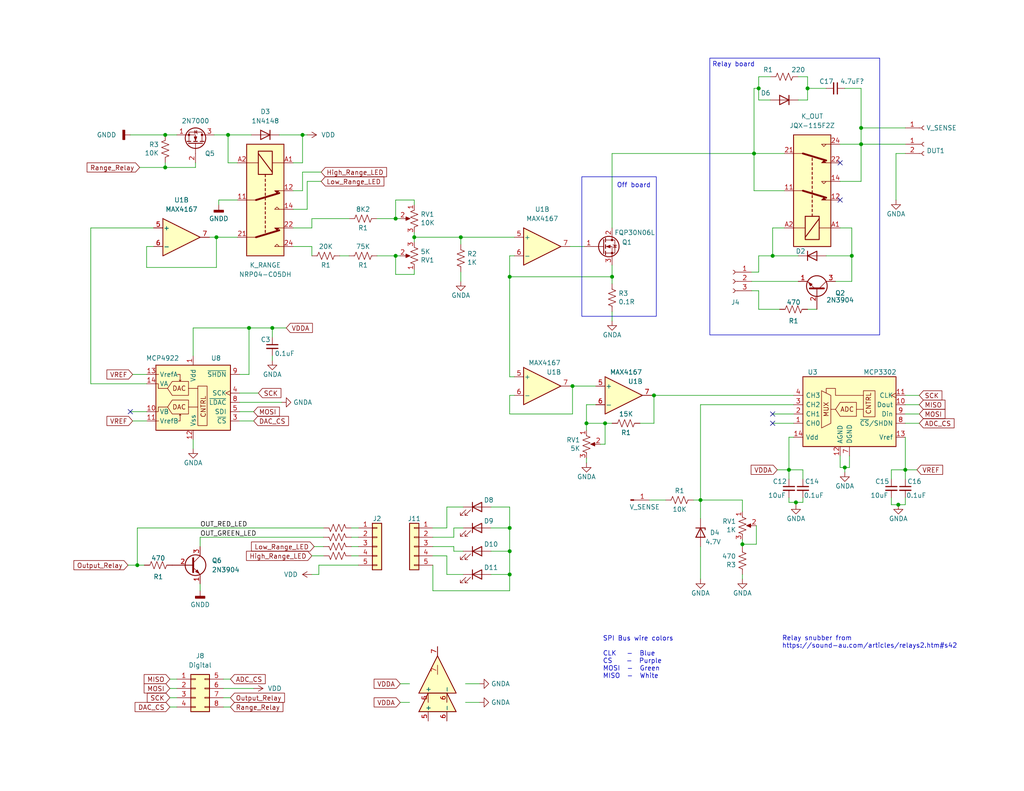
<source format=kicad_sch>
(kicad_sch (version 20230121) (generator eeschema)
  (paper "USLetter")
  (title_block (title "Dummy Load V2") (rev "1"))
  (lib_symbols
    (symbol "Amplifier_Operational:TL062" (pin_names (offset 0.127))
      (property "Reference" "U" (at 0 5.08 0))
      (property "Value" "TL062" (at 0 -5.08 0))
      (symbol "TL062_1_1"
        (pin output line (at 7.62 0 180) (length 2.54) (name "~") (number "1"))
        (pin input line (at -7.62 -2.54 0) (length 2.54) (name "-") (number "2"))
        (pin input line (at -7.62 2.54 0) (length 2.54) (name "+") (number "3"))
      )
      (symbol "TL062_2_1"
        (pin input line (at -7.62 2.54 0) (length 2.54) (name "+") (number "5"))
        (pin input line (at -7.62 -2.54 0) (length 2.54) (name "-") (number "6"))
        (pin output line (at 7.62 0 180) (length 2.54) (name "~") (number "7"))
      )
      (symbol "TL062_3_1"
        (pin power_in line (at -2.54 -7.62 90) (length 3.81) (name "V-") (number "4"))
        (pin power_in line (at -2.54 7.62 270) (length 3.81) (name "V+") (number "8"))
      )
    )
    (symbol "Analog_ADC:MCP3204" (pin_names (offset 0.762))
      (property "Reference" "U3" (at -11.43 8.89 0))
      (property "Value" "MCP3302" (at 3.81 8.89 0))
      (symbol "MCP3204_0_0"
        (text "ADC" (at -0.635 -1.27 0) (effects (font (size 1.27 1.27))))
        (text "CNTRL" (at 5.969 -2.667 900) (effects (font (size 1.27 1.27)) (justify left bottom)))
        (text "MUX" (at -6.35 -1.27 900) (effects (font (size 1.27 1.27))))
      )
      (symbol "MCP3204_1_1"
        (pin input line (at -15.24 -5.08 0) (length 2.54) (name "CH0") (number "1"))
        (pin output line (at 15.24 0 180) (length 2.54) (name "Dout") (number "10"))
        (pin input clock (at 15.24 2.54 180) (length 2.54) (name "CLK") (number "11"))
        (pin power_in line (at -2.54 -13.97 90) (length 2.54) (name "AGND") (number "12"))
        (pin power_in line (at 15.24 -8.89 180) (length 2.54) (name "Vref") (number "13"))
        (pin power_in line (at -15.24 -8.89 0) (length 2.54) (name "Vdd") (number "14"))
        (pin input line (at -15.24 -2.54 0) (length 2.54) (name "CH1") (number "2"))
        (pin input line (at -15.24 0 0) (length 2.54) (name "CH2") (number "3"))
        (pin input line (at -15.24 2.54 0) (length 2.54) (name "CH3") (number "4"))
        (pin no_connect line (at -31.75 0 90) (length 2.54) hide (name "NC") (number "5"))
        (pin no_connect line (at -29.21 0 90) (length 2.54) hide (name "NC") (number "6"))
        (pin power_in line (at 0 -13.97 90) (length 2.54) (name "DGND") (number "7"))
        (pin input line (at 15.24 -5.08 180) (length 2.54) (name "~{CS}/SHDN") (number "8"))
        (pin input line (at 15.24 -2.54 180) (length 2.54) (name "Din") (number "9"))
      )
    )
    (symbol "Analog_DAC:MCP4922" (pin_names (offset 1.016))
      (property "Reference" "U" (at -1.905 10.795 0))
      (property "Value" "MCP4922" (at -1.905 8.89 0))
      (symbol "MCP4922_0_0"
        (text "CNTRL" (at -2.032 -6.731 900) (effects (font (size 1.27 1.27)) (justify left bottom)))
        (text "DAC" (at 3.81 -3.81 0) (effects (font (size 1.27 1.27))))
        (text "DAC" (at 3.81 1.27 0) (effects (font (size 1.27 1.27))))
      )
      (symbol "MCP4922_1_1"
        (pin power_in line (at 0 10.16 270) (length 2.54) (name "Vdd") (number "1"))
        (pin output line (at 12.7 -5.08 180) (length 2.54) (name "VB") (number "10"))
        (pin input line (at 12.7 -7.62 180) (length 2.54) (name "VrefB") (number "11"))
        (pin power_in line (at 0 -12.7 90) (length 2.54) (name "Vss") (number "12"))
        (pin input line (at 12.7 5.08 180) (length 2.54) (name "VrefA") (number "13"))
        (pin output line (at 12.7 2.54 180) (length 2.54) (name "VA") (number "14"))
        (pin no_connect line (at -7.62 -10.16 90) (length 2.54) hide (name "NC") (number "2"))
        (pin input line (at -12.7 -7.62 0) (length 2.54) (name "~{CS}") (number "3"))
        (pin input clock (at -12.7 0 0) (length 2.54) (name "SCK") (number "4"))
        (pin input line (at -12.7 -5.08 0) (length 2.54) (name "SDI") (number "5"))
        (pin no_connect line (at -5.08 -10.16 90) (length 2.54) hide (name "NC") (number "6"))
        (pin no_connect line (at -2.54 -10.16 90) (length 2.54) hide (name "NC") (number "7"))
        (pin input line (at -12.7 -2.54 0) (length 2.54) (name "~{LDAC}") (number "8"))
        (pin output line (at -12.7 5.08 0) (length 2.54) (name "~{SHDN}") (number "9"))
      )
    )
    (symbol "BasicDummyLoad-rescue:Conn_01x02_Female-Connector" (pin_names (offset 1.016) hide)
      (property "Reference" "J" (at 0 2.54 0))
      (property "Value" "Connector_Conn_01x02_Female" (at 0 -5.08 0))
      (symbol "Conn_01x02_Female-Connector_1_1"
        (pin passive line (at -5.08 0 0) (length 3.81) (name "Pin_1") (number "1"))
        (pin passive line (at -5.08 -2.54 0) (length 3.81) (name "Pin_2") (number "2"))
      )
    )
    (symbol "BasicDummyLoad-rescue:R_POT_US-Device" (pin_names (offset 1.016) hide)
      (property "Reference" "RV" (at -4.445 0 90))
      (property "Value" "Device_R_POT_US" (at -2.54 0 90))
      (symbol "R_POT_US-Device_1_1"
        (pin passive line (at 0 3.81 270) (length 1.27) (name "1") (number "1"))
        (pin passive line (at 3.81 0 180) (length 1.27) (name "2") (number "2"))
        (pin passive line (at 0 -3.81 90) (length 1.27) (name "3") (number "3"))
      )
    )
    (symbol "Connector:Conn_01x01_Pin" (pin_names (offset 1.016) hide)
      (property "Reference" "J" (at 0 2.54 0))
      (property "Value" "Conn_01x01_Pin" (at 0 -2.54 0))
      (symbol "Conn_01x01_Pin_1_1"
        (pin passive line (at 5.08 0 180) (length 3.81) (name "Pin_1") (number "1"))
      )
    )
    (symbol "Connector:Conn_01x01_Socket" (pin_names (offset 1.016) hide)
      (property "Reference" "J" (at 0 2.54 0))
      (property "Value" "Conn_01x01_Socket" (at 0 -2.54 0))
      (symbol "Conn_01x01_Socket_1_1"
        (pin passive line (at -5.08 0 0) (length 3.81) (name "Pin_1") (number "1"))
      )
    )
    (symbol "Connector:Conn_01x03_Socket" (pin_names (offset 1.016) hide)
      (property "Reference" "J" (at 0 5.08 0))
      (property "Value" "Conn_01x03_Socket" (at 0 -5.08 0))
      (symbol "Conn_01x03_Socket_1_1"
        (pin passive line (at -5.08 2.54 0) (length 3.81) (name "Pin_1") (number "1"))
        (pin passive line (at -5.08 0 0) (length 3.81) (name "Pin_2") (number "2"))
        (pin passive line (at -5.08 -2.54 0) (length 3.81) (name "Pin_3") (number "3"))
      )
    )
    (symbol "Connector_Generic:Conn_01x05" (pin_names (offset 1.016) hide)
      (property "Reference" "J" (at 0 7.62 0))
      (property "Value" "Conn_01x05" (at 0 -7.62 0))
      (symbol "Conn_01x05_1_1"
        (pin passive line (at -5.08 5.08 0) (length 3.81) (name "Pin_1") (number "1"))
        (pin passive line (at -5.08 2.54 0) (length 3.81) (name "Pin_2") (number "2"))
        (pin passive line (at -5.08 0 0) (length 3.81) (name "Pin_3") (number "3"))
        (pin passive line (at -5.08 -2.54 0) (length 3.81) (name "Pin_4") (number "4"))
        (pin passive line (at -5.08 -5.08 0) (length 3.81) (name "Pin_5") (number "5"))
      )
    )
    (symbol "Connector_Generic:Conn_02x04_Top_Bottom" (pin_names (offset 1.016) hide)
      (property "Reference" "J" (at 1.27 5.08 0))
      (property "Value" "Conn_02x04_Top_Bottom" (at 1.27 -7.62 0))
      (symbol "Conn_02x04_Top_Bottom_1_1"
        (pin passive line (at -5.08 2.54 0) (length 3.81) (name "Pin_1") (number "1"))
        (pin passive line (at -5.08 0 0) (length 3.81) (name "Pin_2") (number "2"))
        (pin passive line (at -5.08 -2.54 0) (length 3.81) (name "Pin_3") (number "3"))
        (pin passive line (at -5.08 -5.08 0) (length 3.81) (name "Pin_4") (number "4"))
        (pin passive line (at 7.62 2.54 180) (length 3.81) (name "Pin_5") (number "5"))
        (pin passive line (at 7.62 0 180) (length 3.81) (name "Pin_6") (number "6"))
        (pin passive line (at 7.62 -2.54 180) (length 3.81) (name "Pin_7") (number "7"))
        (pin passive line (at 7.62 -5.08 180) (length 3.81) (name "Pin_8") (number "8"))
      )
    )
    (symbol "Device:C_Small" (pin_numbers hide) (pin_names (offset 0.254) hide)
      (property "Reference" "C" (at 0.254 1.778 0))
      (property "Value" "C_Small" (at 0.254 -2.032 0))
      (symbol "C_Small_1_1"
        (pin passive line (at 0 2.54 270) (length 2.032) (name "~") (number "1"))
        (pin passive line (at 0 -2.54 90) (length 2.032) (name "~") (number "2"))
      )
    )
    (symbol "Device:D_Zener" (pin_numbers hide) (pin_names (offset 1.016) hide)
      (property "Reference" "D" (at 0 2.54 0))
      (property "Value" "D_Zener" (at 0 -2.54 0))
      (symbol "D_Zener_1_1"
        (pin passive line (at -3.81 0 0) (length 2.54) (name "K") (number "1"))
        (pin passive line (at 3.81 0 180) (length 2.54) (name "A") (number "2"))
      )
    )
    (symbol "Device:LED" (pin_numbers hide) (pin_names (offset 1.016) hide)
      (property "Reference" "D" (at 0 2.54 0))
      (property "Value" "LED" (at 0 -2.54 0))
      (symbol "LED_1_1"
        (pin passive line (at -3.81 0 0) (length 2.54) (name "K") (number "1"))
        (pin passive line (at 3.81 0 180) (length 2.54) (name "A") (number "2"))
      )
    )
    (symbol "Device:R_US" (pin_numbers hide) (pin_names (offset 0))
      (property "Reference" "R" (at 2.54 0 90))
      (property "Value" "R_US" (at -2.54 0 90))
      (symbol "R_US_1_1"
        (pin passive line (at 0 3.81 270) (length 1.27) (name "~") (number "1"))
        (pin passive line (at 0 -3.81 90) (length 1.27) (name "~") (number "2"))
      )
    )
    (symbol "Diode:1N4148" (pin_numbers hide) (pin_names hide)
      (property "Reference" "D" (at 0 2.54 0))
      (property "Value" "1N4148" (at 0 -2.54 0))
      (symbol "1N4148_1_1"
        (pin passive line (at -3.81 0 0) (length 2.54) (name "K") (number "1"))
        (pin passive line (at 3.81 0 180) (length 2.54) (name "A") (number "2"))
      )
    )
    (symbol "Relay:Relay_DPDT"
      (property "Reference" "K" (at 16.51 3.81 0))
      (property "Value" "Relay_DPDT" (at 16.51 1.27 0))
      (symbol "Relay_DPDT_1_1"
        (pin passive line (at 0 -7.62 90) (length 2.54) (name "~") (number "11"))
        (pin passive line (at -2.54 7.62 270) (length 2.54) (name "~") (number "12"))
        (pin passive line (at 2.54 7.62 270) (length 2.54) (name "~") (number "14"))
        (pin passive line (at 10.16 -7.62 90) (length 2.54) (name "~") (number "21"))
        (pin passive line (at 7.62 7.62 270) (length 2.54) (name "~") (number "22"))
        (pin passive line (at 12.7 7.62 270) (length 2.54) (name "~") (number "24"))
        (pin passive line (at -10.16 7.62 270) (length 2.54) (name "~") (number "A1"))
        (pin passive line (at -10.16 -7.62 90) (length 2.54) (name "~") (number "A2"))
      )
    )
    (symbol "Transistor_BJT:2N3904" (pin_names (offset 0) hide)
      (property "Reference" "Q" (at 5.08 1.905 0))
      (property "Value" "2N3904" (at 5.08 0 0))
      (symbol "2N3904_1_1"
        (pin passive line (at 2.54 -5.08 90) (length 2.54) (name "E") (number "1"))
        (pin passive line (at -5.08 0 0) (length 5.715) (name "B") (number "2"))
        (pin passive line (at 2.54 5.08 270) (length 2.54) (name "C") (number "3"))
      )
    )
    (symbol "Transistor_FET:2N7000" (pin_names hide)
      (property "Reference" "Q" (at 5.08 1.905 0))
      (property "Value" "2N7000" (at 5.08 0 0))
      (symbol "2N7000_1_1"
        (pin passive line (at 2.54 -5.08 90) (length 2.54) (name "S") (number "1"))
        (pin input line (at -5.08 0 0) (length 2.54) (name "G") (number "2"))
        (pin passive line (at 2.54 5.08 270) (length 2.54) (name "D") (number "3"))
      )
    )
    (symbol "Transistor_FET:QM6006D" (pin_names hide)
      (property "Reference" "Q" (at 5.08 1.905 0))
      (property "Value" "QM6006D" (at 5.08 0 0))
      (symbol "QM6006D_1_1"
        (pin input line (at -5.08 0 0) (length 2.54) (name "G") (number "1"))
        (pin passive line (at 2.54 5.08 270) (length 2.54) (name "D") (number "2"))
        (pin passive line (at 2.54 -5.08 90) (length 2.54) (name "S") (number "3"))
      )
    )
    (symbol "power:GNDA" (power) (pin_names (offset 0))
      (property "Value" "GNDA" (at 0 -3.81 0))
      (symbol "GNDA_1_1"
        (pin power_in line (at 0 0 270) (length 0) hide (name "GNDA") (number "1"))
      )
    )
    (symbol "power:GNDD" (power) (pin_names (offset 0))
      (property "Value" "GNDD" (at 0 -3.175 0))
      (symbol "GNDD_1_1"
        (pin power_in line (at 0 0 270) (length 0) hide (name "GNDD") (number "1"))
      )
    )
    (symbol "power:VDD" (power) (pin_names (offset 0))
      (property "Value" "VDD" (at 0 3.81 0))
      (symbol "VDD_1_1"
        (pin power_in line (at 0 0 90) (length 0) hide (name "VDD") (number "1"))
      )
    )
  )
  (junction (at 234.95 39.37))
  (junction (at 139.065 150.495))
  (junction (at 247.015 128.27))
  (junction (at 191.135 136.525))
  (junction (at 232.41 69.85))
  (junction (at 215.265 128.27))
  (junction (at 62.23 36.83))
  (junction (at 205.74 41.91))
  (junction (at 107.95 59.69))
  (junction (at 125.73 64.77))
  (junction (at 207.01 24.13))
  (junction (at 139.065 156.845))
  (junction (at 220.345 24.13))
  (junction (at 230.505 127.635))
  (junction (at 67.945 89.535))
  (junction (at 82.55 36.83))
  (junction (at 210.82 69.85))
  (junction (at 37.465 154.305))
  (junction (at 156.21 105.41))
  (junction (at 245.11 137.795))
  (junction (at 107.95 69.85))
  (junction (at 234.95 34.925))
  (junction (at 178.435 107.95))
  (junction (at 167.005 75.565))
  (junction (at 217.17 137.16))
  (junction (at 74.295 89.535))
  (junction (at 59.055 64.77))
  (junction (at 45.085 36.83))
  (junction (at 139.065 144.145))
  (junction (at 160.02 115.57))
  (junction (at 139.065 75.565))
  (junction (at 202.565 148.59))
  (junction (at 45.085 45.72))
  (junction (at 165.1 115.57))
  (junction (at 113.03 64.77))
  (no_connect (at 229.235 44.45))
  (no_connect (at 210.82 113.03))
  (no_connect (at 35.56 112.395))
  (no_connect (at 229.235 54.61))
  (no_connect (at 210.82 115.57))
  (wire (pts (xy 118.11 146.685) (xy 123.825 146.685)))
  (wire (pts (xy 54.61 149.225) (xy 54.61 146.685)))
  (wire (pts (xy 24.765 104.775) (xy 24.765 62.23)))
  (wire (pts (xy 207.01 79.375) (xy 207.01 84.455)))
  (wire (pts (xy 123.825 144.145) (xy 126.365 144.145)))
  (wire (pts (xy 40.005 73.025) (xy 59.055 73.025)))
  (wire (pts (xy 130.81 191.77) (xy 127 191.77)))
  (wire (pts (xy 118.11 151.765) (xy 121.92 151.765)))
  (wire (pts (xy 210.82 69.85) (xy 217.805 69.85)))
  (wire (pts (xy 85.09 59.69) (xy 85.09 62.23)))
  (wire (pts (xy 215.265 128.27) (xy 215.265 130.81)))
  (wire (pts (xy 250.19 128.27) (xy 247.015 128.27)))
  (wire (pts (xy 97.79 146.685) (xy 95.885 146.685)))
  (wire (pts (xy 88.265 151.765) (xy 85.09 151.765)))
  (wire (pts (xy 46.355 190.5) (xy 48.26 190.5)))
  (wire (pts (xy 133.985 150.495) (xy 139.065 150.495)))
  (wire (pts (xy 165.1 115.57) (xy 167.005 115.57)))
  (wire (pts (xy 217.17 137.16) (xy 217.17 137.795)))
  (wire (pts (xy 59.69 54.61) (xy 59.69 55.88)))
  (wire (pts (xy 229.235 127.635) (xy 230.505 127.635)))
  (wire (pts (xy 207.01 27.305) (xy 207.01 24.13)))
  (wire (pts (xy 205.74 41.91) (xy 213.995 41.91)))
  (wire (pts (xy 234.95 39.37) (xy 247.015 39.37)))
  (wire (pts (xy 107.95 59.69) (xy 107.95 54.61)))
  (wire (pts (xy 167.005 72.39) (xy 167.005 75.565)))
  (wire (pts (xy 205.74 24.13) (xy 207.01 24.13)))
  (wire (pts (xy 86.995 156.845) (xy 85.09 156.845)))
  (wire (pts (xy 227.965 76.835) (xy 232.41 76.835)))
  (wire (pts (xy 205.105 74.295) (xy 207.01 74.295)))
  (wire (pts (xy 140.335 102.87) (xy 139.065 102.87)))
  (wire (pts (xy 121.92 156.845) (xy 126.365 156.845)))
  (wire (pts (xy 207.01 24.13) (xy 207.01 20.955)))
  (wire (pts (xy 230.505 127.635) (xy 230.505 128.905)))
  (wire (pts (xy 76.2 36.83) (xy 82.55 36.83)))
  (wire (pts (xy 139.065 161.29) (xy 139.065 156.845)))
  (wire (pts (xy 229.235 39.37) (xy 234.95 39.37)))
  (wire (pts (xy 41.91 67.31) (xy 40.005 67.31)))
  (wire (pts (xy 54.61 146.685) (xy 88.265 146.685)))
  (wire (pts (xy 54.61 159.385) (xy 54.61 161.29)))
  (wire (pts (xy 74.295 97.155) (xy 74.295 98.425)))
  (wire (pts (xy 247.015 115.57) (xy 250.825 115.57)))
  (wire (pts (xy 109.22 186.69) (xy 111.76 186.69)))
  (wire (pts (xy 207.01 20.955) (xy 210.185 20.955)))
  (wire (pts (xy 69.215 114.935) (xy 65.405 114.935)))
  (wire (pts (xy 247.015 135.89) (xy 247.015 137.795)))
  (wire (pts (xy 220.345 24.13) (xy 220.345 27.305)))
  (wire (pts (xy 244.475 41.91) (xy 244.475 54.61)))
  (wire (pts (xy 202.565 148.59) (xy 202.565 147.32)))
  (wire (pts (xy 210.82 62.23) (xy 210.82 69.85)))
  (wire (pts (xy 109.22 191.77) (xy 111.76 191.77)))
  (wire (pts (xy 156.21 113.03) (xy 139.065 113.03)))
  (wire (pts (xy 217.17 137.16) (xy 215.265 137.16)))
  (wire (pts (xy 46.355 193.04) (xy 48.26 193.04)))
  (wire (pts (xy 35.56 36.83) (xy 45.085 36.83)))
  (wire (pts (xy 167.005 85.09) (xy 167.005 87.63)))
  (wire (pts (xy 113.03 64.77) (xy 125.73 64.77)))
  (wire (pts (xy 234.95 49.53) (xy 234.95 39.37)))
  (wire (pts (xy 215.265 119.38) (xy 216.535 119.38)))
  (wire (pts (xy 86.995 154.305) (xy 97.79 154.305)))
  (wire (pts (xy 59.055 64.77) (xy 57.15 64.77)))
  (wire (pts (xy 139.065 144.145) (xy 139.065 150.495)))
  (wire (pts (xy 234.95 24.13) (xy 234.95 34.925)))
  (wire (pts (xy 46.355 185.42) (xy 48.26 185.42)))
  (wire (pts (xy 78.105 89.535) (xy 74.295 89.535)))
  (wire (pts (xy 113.03 63.5) (xy 113.03 64.77)))
  (wire (pts (xy 86.995 156.845) (xy 86.995 154.305)))
  (wire (pts (xy 220.345 20.955) (xy 220.345 24.13)))
  (wire (pts (xy 167.005 41.91) (xy 167.005 62.23)))
  (wire (pts (xy 121.92 144.145) (xy 121.92 138.43)))
  (wire (pts (xy 229.235 49.53) (xy 234.95 49.53)))
  (wire (pts (xy 58.42 36.83) (xy 62.23 36.83)))
  (wire (pts (xy 74.295 89.535) (xy 67.945 89.535)))
  (wire (pts (xy 118.11 144.145) (xy 121.92 144.145)))
  (wire (pts (xy 178.435 115.57) (xy 174.625 115.57)))
  (wire (pts (xy 205.105 79.375) (xy 207.01 79.375)))
  (wire (pts (xy 191.135 110.49) (xy 216.535 110.49)))
  (wire (pts (xy 45.085 36.83) (xy 48.26 36.83)))
  (wire (pts (xy 60.96 185.42) (xy 62.865 185.42)))
  (wire (pts (xy 83.82 49.53) (xy 87.63 49.53)))
  (wire (pts (xy 76.835 109.855) (xy 65.405 109.855)))
  (wire (pts (xy 207.01 74.295) (xy 207.01 69.85)))
  (wire (pts (xy 123.825 150.495) (xy 123.825 149.225)))
  (wire (pts (xy 215.265 135.89) (xy 215.265 137.16)))
  (wire (pts (xy 234.95 34.925) (xy 247.015 34.925)))
  (wire (pts (xy 70.485 107.315) (xy 65.405 107.315)))
  (wire (pts (xy 243.205 135.89) (xy 243.205 137.795)))
  (wire (pts (xy 123.825 146.685) (xy 123.825 144.145)))
  (wire (pts (xy 139.065 150.495) (xy 139.065 156.845)))
  (wire (pts (xy 80.01 57.15) (xy 83.82 57.15)))
  (wire (pts (xy 113.03 54.61) (xy 113.03 55.88)))
  (wire (pts (xy 167.005 41.91) (xy 205.74 41.91)))
  (wire (pts (xy 34.925 154.305) (xy 37.465 154.305)))
  (wire (pts (xy 37.465 154.305) (xy 39.37 154.305)))
  (wire (pts (xy 82.55 44.45) (xy 80.01 44.45)))
  (wire (pts (xy 74.295 89.535) (xy 74.295 92.075)))
  (wire (pts (xy 243.205 128.27) (xy 247.015 128.27)))
  (wire (pts (xy 82.55 52.07) (xy 82.55 46.99)))
  (wire (pts (xy 205.74 52.07) (xy 213.995 52.07)))
  (wire (pts (xy 97.79 149.225) (xy 95.885 149.225)))
  (wire (pts (xy 220.345 24.13) (xy 225.425 24.13)))
  (wire (pts (xy 247.015 119.38) (xy 247.015 128.27)))
  (wire (pts (xy 229.235 62.23) (xy 232.41 62.23)))
  (wire (pts (xy 202.565 156.845) (xy 202.565 158.115)))
  (wire (pts (xy 125.73 64.77) (xy 125.73 66.675)))
  (wire (pts (xy 60.96 190.5) (xy 62.865 190.5)))
  (wire (pts (xy 243.205 137.795) (xy 245.11 137.795)))
  (wire (pts (xy 205.105 76.835) (xy 217.805 76.835)))
  (wire (pts (xy 231.775 127.635) (xy 231.775 124.46)))
  (wire (pts (xy 37.465 144.145) (xy 88.265 144.145)))
  (wire (pts (xy 52.705 89.535) (xy 52.705 97.155)))
  (wire (pts (xy 202.565 148.59) (xy 202.565 149.225)))
  (wire (pts (xy 139.065 75.565) (xy 167.005 75.565)))
  (wire (pts (xy 133.985 138.43) (xy 139.065 138.43)))
  (wire (pts (xy 52.705 120.015) (xy 52.705 122.555)))
  (wire (pts (xy 210.185 27.305) (xy 207.01 27.305)))
  (wire (pts (xy 177.165 136.525) (xy 181.61 136.525)))
  (wire (pts (xy 40.005 67.31) (xy 40.005 73.025)))
  (wire (pts (xy 67.945 89.535) (xy 52.705 89.535)))
  (wire (pts (xy 159.385 67.31) (xy 155.575 67.31)))
  (wire (pts (xy 225.425 69.85) (xy 232.41 69.85)))
  (wire (pts (xy 107.95 69.85) (xy 109.22 69.85)))
  (wire (pts (xy 220.345 84.455) (xy 222.885 84.455)))
  (wire (pts (xy 234.95 24.13) (xy 230.505 24.13)))
  (wire (pts (xy 123.825 149.225) (xy 118.11 149.225)))
  (wire (pts (xy 40.005 114.935) (xy 36.195 114.935)))
  (wire (pts (xy 191.135 110.49) (xy 191.135 136.525)))
  (wire (pts (xy 243.205 128.27) (xy 243.205 130.81)))
  (wire (pts (xy 46.355 187.96) (xy 48.26 187.96)))
  (wire (pts (xy 217.805 20.955) (xy 220.345 20.955)))
  (wire (pts (xy 127 186.69) (xy 130.81 186.69)))
  (wire (pts (xy 160.02 125.095) (xy 160.02 126.365)))
  (wire (pts (xy 85.09 62.23) (xy 80.01 62.23)))
  (wire (pts (xy 102.87 69.85) (xy 107.95 69.85)))
  (wire (pts (xy 59.055 64.77) (xy 64.77 64.77)))
  (wire (pts (xy 62.23 36.83) (xy 68.58 36.83)))
  (wire (pts (xy 219.075 135.89) (xy 219.075 137.16)))
  (wire (pts (xy 178.435 107.95) (xy 216.535 107.95)))
  (wire (pts (xy 160.02 115.57) (xy 160.02 117.475)))
  (wire (pts (xy 139.065 69.85) (xy 140.335 69.85)))
  (wire (pts (xy 97.79 151.765) (xy 95.885 151.765)))
  (wire (pts (xy 139.065 107.95) (xy 140.335 107.95)))
  (wire (pts (xy 121.92 138.43) (xy 126.365 138.43)))
  (wire (pts (xy 160.02 115.57) (xy 165.1 115.57)))
  (wire (pts (xy 139.065 75.565) (xy 139.065 102.87)))
  (wire (pts (xy 245.11 137.795) (xy 247.015 137.795)))
  (wire (pts (xy 202.565 136.525) (xy 202.565 139.7)))
  (wire (pts (xy 45.085 44.45) (xy 45.085 45.72)))
  (wire (pts (xy 125.73 64.77) (xy 140.335 64.77)))
  (wire (pts (xy 92.71 69.85) (xy 95.25 69.85)))
  (wire (pts (xy 53.34 45.72) (xy 53.34 44.45)))
  (wire (pts (xy 247.015 107.95) (xy 250.825 107.95)))
  (wire (pts (xy 232.41 62.23) (xy 232.41 69.85)))
  (wire (pts (xy 219.075 128.27) (xy 215.265 128.27)))
  (wire (pts (xy 82.55 36.83) (xy 82.55 44.45)))
  (wire (pts (xy 230.505 127.635) (xy 231.775 127.635)))
  (wire (pts (xy 113.03 74.93) (xy 113.03 73.66)))
  (wire (pts (xy 126.365 150.495) (xy 123.825 150.495)))
  (wire (pts (xy 139.065 113.03) (xy 139.065 107.95)))
  (wire (pts (xy 178.435 107.95) (xy 178.435 115.57)))
  (wire (pts (xy 247.015 128.27) (xy 247.015 130.81)))
  (wire (pts (xy 191.135 149.225) (xy 191.135 158.115)))
  (wire (pts (xy 60.96 187.96) (xy 69.215 187.96)))
  (wire (pts (xy 210.82 62.23) (xy 213.995 62.23)))
  (wire (pts (xy 121.92 151.765) (xy 121.92 156.845)))
  (wire (pts (xy 107.95 54.61) (xy 113.03 54.61)))
  (wire (pts (xy 247.015 110.49) (xy 250.825 110.49)))
  (wire (pts (xy 206.375 148.59) (xy 202.565 148.59)))
  (wire (pts (xy 160.02 110.49) (xy 160.02 115.57)))
  (wire (pts (xy 80.01 52.07) (xy 82.55 52.07)))
  (wire (pts (xy 107.95 74.93) (xy 113.03 74.93)))
  (wire (pts (xy 205.74 41.91) (xy 205.74 52.07)))
  (wire (pts (xy 219.075 137.16) (xy 217.17 137.16)))
  (wire (pts (xy 118.11 154.305) (xy 118.11 161.29)))
  (wire (pts (xy 38.1 45.72) (xy 45.085 45.72)))
  (wire (pts (xy 165.1 115.57) (xy 165.1 121.285)))
  (wire (pts (xy 212.09 128.27) (xy 215.265 128.27)))
  (wire (pts (xy 67.945 102.235) (xy 67.945 89.535)))
  (wire (pts (xy 95.885 144.145) (xy 97.79 144.145)))
  (wire (pts (xy 167.005 75.565) (xy 167.005 77.47)))
  (wire (pts (xy 35.56 112.395) (xy 40.005 112.395)))
  (wire (pts (xy 191.135 136.525) (xy 202.565 136.525)))
  (wire (pts (xy 139.065 69.85) (xy 139.065 75.565)))
  (wire (pts (xy 113.03 64.77) (xy 113.03 66.04)))
  (wire (pts (xy 219.075 128.27) (xy 219.075 130.81)))
  (wire (pts (xy 88.265 149.225) (xy 85.725 149.225)))
  (wire (pts (xy 210.82 115.57) (xy 216.535 115.57)))
  (wire (pts (xy 207.01 84.455) (xy 212.725 84.455)))
  (wire (pts (xy 37.465 144.145) (xy 37.465 154.305)))
  (wire (pts (xy 207.01 69.85) (xy 210.82 69.85)))
  (wire (pts (xy 83.82 36.83) (xy 82.55 36.83)))
  (wire (pts (xy 210.82 113.03) (xy 216.535 113.03)))
  (wire (pts (xy 220.345 27.305) (xy 217.805 27.305)))
  (wire (pts (xy 125.73 74.295) (xy 125.73 76.835)))
  (wire (pts (xy 133.985 144.145) (xy 139.065 144.145)))
  (wire (pts (xy 85.09 69.85) (xy 85.09 67.31)))
  (wire (pts (xy 205.74 41.91) (xy 205.74 24.13)))
  (wire (pts (xy 229.235 124.46) (xy 229.235 127.635)))
  (wire (pts (xy 60.96 193.04) (xy 62.865 193.04)))
  (wire (pts (xy 139.065 138.43) (xy 139.065 144.145)))
  (wire (pts (xy 82.55 46.99) (xy 87.63 46.99)))
  (wire (pts (xy 102.87 59.69) (xy 107.95 59.69)))
  (wire (pts (xy 83.82 57.15) (xy 83.82 49.53)))
  (wire (pts (xy 206.375 143.51) (xy 206.375 148.59)))
  (wire (pts (xy 156.21 105.41) (xy 156.21 113.03)))
  (wire (pts (xy 247.015 41.91) (xy 244.475 41.91)))
  (wire (pts (xy 191.135 141.605) (xy 191.135 136.525)))
  (wire (pts (xy 24.765 104.775) (xy 40.005 104.775)))
  (wire (pts (xy 155.575 105.41) (xy 156.21 105.41)))
  (wire (pts (xy 232.41 69.85) (xy 232.41 76.835)))
  (wire (pts (xy 45.085 45.72) (xy 53.34 45.72)))
  (wire (pts (xy 62.23 36.83) (xy 62.23 44.45)))
  (wire (pts (xy 118.11 161.29) (xy 139.065 161.29)))
  (wire (pts (xy 69.215 112.395) (xy 65.405 112.395)))
  (wire (pts (xy 85.09 59.69) (xy 95.25 59.69)))
  (wire (pts (xy 234.95 34.925) (xy 234.95 39.37)))
  (wire (pts (xy 59.69 54.61) (xy 64.77 54.61)))
  (wire (pts (xy 139.065 156.845) (xy 133.985 156.845)))
  (wire (pts (xy 40.005 102.235) (xy 36.195 102.235)))
  (wire (pts (xy 177.8 107.95) (xy 178.435 107.95)))
  (wire (pts (xy 189.23 136.525) (xy 191.135 136.525)))
  (wire (pts (xy 162.56 110.49) (xy 160.02 110.49)))
  (wire (pts (xy 107.95 69.85) (xy 107.95 74.93)))
  (wire (pts (xy 215.265 128.27) (xy 215.265 119.38)))
  (wire (pts (xy 24.765 62.23) (xy 41.91 62.23)))
  (wire (pts (xy 165.1 121.285) (xy 163.83 121.285)))
  (wire (pts (xy 62.23 44.45) (xy 64.77 44.45)))
  (wire (pts (xy 156.21 105.41) (xy 162.56 105.41)))
  (wire (pts (xy 107.95 59.69) (xy 109.22 59.69)))
  (wire (pts (xy 85.09 67.31) (xy 80.01 67.31)))
  (wire (pts (xy 247.015 113.03) (xy 250.825 113.03)))
  (wire (pts (xy 65.405 102.235) (xy 67.945 102.235)))
  (wire (pts (xy 59.055 73.025) (xy 59.055 64.77)))
  (rectangle (start 158.75 48.26) (end 179.07 86.36))
  (rectangle (start 193.675 15.875) (end 240.03 91.44))
  (text "Off board" (at 168.275 51.435 0) (effects (font (size 1.27 1.27)) (justify left bottom)))
  (text "Relay snubber from\nhttps://sound-au.com/articles/relays2.htm#s42" (at 213.36 177.165 0) (effects (font (size 1.27 1.27)) (justify left bottom)))
  (text "Relay board" (at 194.31 18.415 0) (effects (font (size 1.27 1.27)) (justify left bottom)))
  (text "SPI Bus wire colors\n\nCLK   -  Blue\nCS    -  Purple\nMOSI  -  Green\nMISO  -  White" (at 164.465 185.42 0) (effects (font (size 1.27 1.27)) (justify left bottom)))
  (label "OUT_GREEN_LED" (at 54.61 146.685 0))
  (label "OUT_RED_LED" (at 54.61 144.145 0))
  (global_label "VREF" (shape input) (at 250.19 128.27 0) (property "Intersheetrefs" "${INTERSHEET_REFS}" (effects hide)))
  (global_label "VDDA" (shape input) (at 109.22 186.69 180) (property "Intersheetrefs" "${INTERSHEET_REFS}" (effects hide)))
  (global_label "Range_Relay" (shape input) (at 62.865 193.04 0) (property "Intersheetrefs" "${INTERSHEET_REFS}" (effects hide)))
  (global_label "Output_Relay" (shape input) (at 34.925 154.305 180) (property "Intersheetrefs" "${INTERSHEET_REFS}" (effects hide)))
  (global_label "SCK" (shape input) (at 250.825 107.95 0) (property "Intersheetrefs" "${INTERSHEET_REFS}" (effects hide)))
  (global_label "DAC_CS" (shape input) (at 69.215 114.935 0) (property "Intersheetrefs" "${INTERSHEET_REFS}" (effects hide)))
  (global_label "MOSI" (shape input) (at 250.825 113.03 0) (property "Intersheetrefs" "${INTERSHEET_REFS}" (effects hide)))
  (global_label "VDDA" (shape input) (at 212.09 128.27 180) (property "Intersheetrefs" "${INTERSHEET_REFS}" (effects hide)))
  (global_label "Low_Range_LED" (shape input) (at 87.63 49.53 0) (property "Intersheetrefs" "${INTERSHEET_REFS}" (effects hide)))
  (global_label "Range_Relay" (shape input) (at 38.1 45.72 180) (property "Intersheetrefs" "${INTERSHEET_REFS}" (effects hide)))
  (global_label "VDDA" (shape input) (at 78.105 89.535 0) (property "Intersheetrefs" "${INTERSHEET_REFS}" (effects hide)))
  (global_label "Output_Relay" (shape input) (at 62.865 190.5 0) (property "Intersheetrefs" "${INTERSHEET_REFS}" (effects hide)))
  (global_label "SCK" (shape input) (at 70.485 107.315 0) (property "Intersheetrefs" "${INTERSHEET_REFS}" (effects hide)))
  (global_label "SCK" (shape input) (at 46.355 190.5 180) (property "Intersheetrefs" "${INTERSHEET_REFS}" (effects hide)))
  (global_label "Low_Range_LED" (shape input) (at 85.725 149.225 180) (property "Intersheetrefs" "${INTERSHEET_REFS}" (effects hide)))
  (global_label "MOSI" (shape input) (at 69.215 112.395 0) (property "Intersheetrefs" "${INTERSHEET_REFS}" (effects hide)))
  (global_label "High_Range_LED" (shape input) (at 87.63 46.99 0) (property "Intersheetrefs" "${INTERSHEET_REFS}" (effects hide)))
  (global_label "MISO" (shape input) (at 46.355 185.42 180) (property "Intersheetrefs" "${INTERSHEET_REFS}" (effects hide)))
  (global_label "MOSI" (shape input) (at 46.355 187.96 180) (property "Intersheetrefs" "${INTERSHEET_REFS}" (effects hide)))
  (global_label "VREF" (shape input) (at 36.195 114.935 180) (property "Intersheetrefs" "${INTERSHEET_REFS}" (effects hide)))
  (global_label "VDDA" (shape input) (at 109.22 191.77 180) (property "Intersheetrefs" "${INTERSHEET_REFS}" (effects hide)))
  (global_label "DAC_CS" (shape input) (at 46.355 193.04 180) (property "Intersheetrefs" "${INTERSHEET_REFS}" (effects hide)))
  (global_label "ADC_CS" (shape input) (at 250.825 115.57 0) (property "Intersheetrefs" "${INTERSHEET_REFS}" (effects hide)))
  (global_label "ADC_CS" (shape input) (at 62.865 185.42 0) (property "Intersheetrefs" "${INTERSHEET_REFS}" (effects hide)))
  (global_label "High_Range_LED" (shape input) (at 85.09 151.765 180) (property "Intersheetrefs" "${INTERSHEET_REFS}" (effects hide)))
  (global_label "MISO" (shape input) (at 250.825 110.49 0) (property "Intersheetrefs" "${INTERSHEET_REFS}" (effects hide)))
  (global_label "VREF" (shape input) (at 36.195 102.235 180) (property "Intersheetrefs" "${INTERSHEET_REFS}" (effects hide)))
  (symbol (lib_id "power:GNDA") (at 76.835 109.855 90) (mirror x) (unit 1)
    (property "Reference" "#PWR010" (effects hide))
    (property "Value" "GNDA" (at 80.01 109.855 90) (effects (justify right)))
  )
  (symbol (lib_id "power:GNDA") (at 202.565 158.115 0) (mirror y) (unit 1)
    (property "Reference" "#PWR048" (effects hide))
    (property "Value" "GNDA" (at 202.565 161.925 0))
  )
  (symbol (lib_id "power:GNDD") (at 35.56 36.83 270) (unit 1)
    (property "Reference" "#PWR034" (effects hide))
    (property "Value" "GNDD" (at 31.75 36.83 90) (effects (justify right)))
  )
  (symbol (lib_id "BasicDummyLoad-rescue:R_POT_US-Device") (at 202.565 143.51 0) (unit 1)
    (property "Reference" "RV1" (at 200.8632 142.3416 0) (effects (justify right)))
    (property "Value" "1K" (at 200.8632 144.653 0) (effects (justify right)))
    (instances (project "DummyLoadV2" (path "" (reference "RV1") (unit 1)) (path "" (reference "RV4") (unit 1))) (project "BasicDummyLoad" (path "" (reference "RV3") (unit 1))))
  )
  (symbol (lib_id "Device:LED") (at 130.175 138.43 0) (unit 1)
    (property "Reference" "D8" (at 133.35 136.525 0))
    (property "Value" "LED" (effects hide))
  )
  (symbol (lib_id "Device:R_US") (at 99.06 59.69 90) (unit 1)
    (property "Reference" "R1" (at 99.06 62.23 90))
    (property "Value" "8K2" (at 99.06 57.15 90))
    (instances (project "DummyLoadV2" (path "" (reference "R1") (unit 1)) (path "" (reference "R10") (unit 1))) (project "BasicDummyLoad" (path "" (reference "R4") (unit 1))))
  )
  (symbol (lib_id "power:VDD") (at 69.215 187.96 270) (unit 1)
    (property "Reference" "#PWR044" (effects hide))
    (property "Value" "VDD" (at 73.025 187.96 90) (effects (justify left)))
    (instances (project "DummyLoadV2" (path "" (reference "#PWR044") (unit 1)) (path "" (reference "#PWR045") (unit 1))))
  )
  (symbol (lib_id "Device:R_US") (at 92.075 151.765 90) (mirror x) (unit 1)
    (property "Reference" "R1" (effects hide))
    (property "Value" "1K" (effects hide))
    (instances (project "DummyLoadV2" (path "" (reference "R1") (unit 1)) (path "" (reference "R16") (unit 1))) (project "BasicDummyLoad" (path "" (reference "R4") (unit 1))))
  )
  (symbol (lib_id "Transistor_BJT:2N3904") (at 222.885 79.375 270) (mirror x) (unit 1)
    (property "Reference" "Q2" (at 229.235 80.01 90))
    (property "Value" "2N3904" (at 229.235 81.915 90))
    (property "Footprint" "Package_TO_SOT_THT:TO-92_Inline" (effects hide))
    (property "Datasheet" "https://www.onsemi.com/pub/Collateral/2N3903-D.PDF" (effects hide))
  )
  (symbol (lib_id "power:GNDA") (at 244.475 54.61 0) (unit 1)
    (property "Reference" "#PWR04" (effects hide))
    (property "Value" "GNDA" (at 244.475 58.42 0))
  )
  (symbol (lib_id "Connector_Generic:Conn_01x05") (at 113.03 149.225 0) (mirror y) (unit 1)
    (property "Reference" "J11" (at 113.03 141.605 0))
    (property "Value" "Conn_01x05" (effects hide))
  )
  (symbol (lib_id "BasicDummyLoad-rescue:R_POT_US-Device") (at 113.03 59.69 0) (mirror y) (unit 1)
    (property "Reference" "RV1" (at 114.7318 58.5216 0) (effects (justify right)))
    (property "Value" "10K" (at 114.7318 60.833 0) (effects (justify right)))
    (instances (project "DummyLoadV2" (path "" (reference "RV1") (unit 1)) (path "" (reference "RV1") (unit 1))) (project "BasicDummyLoad" (path "" (reference "RV3") (unit 1))))
  )
  (symbol (lib_id "Device:R_US") (at 92.075 149.225 90) (mirror x) (unit 1)
    (property "Reference" "R1" (effects hide))
    (property "Value" "1K" (effects hide))
    (instances (project "DummyLoadV2" (path "" (reference "R1") (unit 1)) (path "" (reference "R15") (unit 1))) (project "BasicDummyLoad" (path "" (reference "R4") (unit 1))))
  )
  (symbol (lib_id "Device:C_Small") (at 74.295 94.615 0) (unit 1)
    (property "Reference" "C3" (at 71.12 92.71 0) (effects (justify left)))
    (property "Value" "0.1uF" (at 74.93 96.52 0) (effects (justify left)))
  )
  (symbol (lib_id "Device:R_US") (at 185.42 136.525 270) (unit 1)
    (property "Reference" "R1" (at 185.42 133.985 90))
    (property "Value" "10K" (at 185.42 139.065 90))
    (instances (project "DummyLoadV2" (path "" (reference "R1") (unit 1)) (path "" (reference "R18") (unit 1))) (project "BasicDummyLoad" (path "" (reference "R4") (unit 1))))
  )
  (symbol (lib_id "Relay:Relay_DPDT") (at 72.39 54.61 270) (unit 1)
    (property "Reference" "K_RANGE" (at 72.39 72.39 90))
    (property "Value" "NRP04-C05DH" (at 72.39 74.93 90))
  )
  (symbol (lib_id "Device:LED") (at 130.175 156.845 0) (unit 1)
    (property "Reference" "D11" (at 133.985 154.94 0))
    (property "Value" "LED" (effects hide))
  )
  (symbol (lib_id "Device:R_US") (at 92.075 146.685 90) (mirror x) (unit 1)
    (property "Reference" "R1" (effects hide))
    (property "Value" "1K" (effects hide))
    (instances (project "DummyLoadV2" (path "" (reference "R1") (unit 1)) (path "" (reference "R14") (unit 1))) (project "BasicDummyLoad" (path "" (reference "R4") (unit 1))))
  )
  (symbol (lib_id "power:GNDA") (at 125.73 76.835 0) (unit 1)
    (property "Reference" "#PWR02" (effects hide))
    (property "Value" "GNDA" (at 125.73 80.645 0))
  )
  (symbol (lib_id "Device:R_US") (at 125.73 70.485 180) (unit 1)
    (property "Reference" "R2" (at 127.4572 69.3166 0) (effects (justify right)))
    (property "Value" "1K" (at 127.4572 71.628 0) (effects (justify right)))
    (instances (project "DummyLoadV2" (path "" (reference "R2") (unit 1)) (path "" (reference "R2") (unit 1))) (project "BasicDummyLoad" (path "" (reference "R5") (unit 1))))
  )
  (symbol (lib_id "Device:C_Small") (at 215.265 133.35 0) (unit 1)
    (property "Reference" "C12" (at 210.82 131.445 0) (effects (justify left)))
    (property "Value" "10uF" (at 209.55 135.255 0) (effects (justify left)))
  )
  (symbol (lib_id "Device:LED") (at 130.175 150.495 0) (unit 1)
    (property "Reference" "D10" (at 133.985 148.59 0))
    (property "Value" "LED" (effects hide))
  )
  (symbol (lib_id "Amplifier_Operational:TL062") (at 49.53 64.77 0) (unit 2)
    (property "Reference" "U1" (at 49.53 54.61 0))
    (property "Value" "MAX4167" (at 49.53 57.15 0))
    (property "Datasheet" "http://www.ti.com/lit/ds/symlink/tl061.pdf" (effects hide))
    (instances (project "DummyLoadV2" (path "" (reference "U1") (unit 2)) (path "" (reference "U1") (unit 1))) (project "BasicDummyLoad" (path "" (reference "U3") (unit 2))))
  )
  (symbol (lib_id "Device:C_Small") (at 227.965 24.13 270) (unit 1)
    (property "Reference" "C17" (at 223.52 22.225 90) (effects (justify left)))
    (property "Value" "4.7uF?" (at 229.235 22.225 90) (effects (justify left)))
  )
  (symbol (lib_id "Transistor_FET:2N7000") (at 53.34 39.37 270) (mirror x) (unit 1)
    (property "Reference" "Q5" (at 55.88 41.91 90) (effects (justify left)))
    (property "Value" "2N7000" (at 49.53 33.02 90) (effects (justify left)))
    (property "Footprint" "Package_TO_SOT_THT:TO-92_Inline" (effects hide))
    (property "Datasheet" "https://www.vishay.com/docs/70226/70226.pdf" (effects hide))
  )
  (symbol (lib_id "Device:C_Small") (at 247.015 133.35 0) (mirror y) (unit 1)
    (property "Reference" "C16" (at 251.46 131.445 0) (effects (justify left)))
    (property "Value" "0.1uF" (at 252.73 135.255 0) (effects (justify left)))
  )
  (symbol (lib_id "Amplifier_Operational:TL062") (at 147.955 67.31 0) (unit 2)
    (property "Reference" "U1" (at 147.955 57.15 0))
    (property "Value" "MAX4167" (at 147.955 59.69 0))
    (property "Datasheet" "http://www.ti.com/lit/ds/symlink/tl061.pdf" (effects hide))
    (instances (project "DummyLoadV2" (path "" (reference "U1") (unit 2)) (path "" (reference "U4") (unit 2))) (project "BasicDummyLoad" (path "" (reference "U3") (unit 2))))
  )
  (symbol (lib_id "Device:R_US") (at 202.565 153.035 0) (unit 1)
    (property "Reference" "R3" (at 200.8378 154.2034 0) (effects (justify right)))
    (property "Value" "470" (at 200.8378 151.892 0) (effects (justify right)))
    (instances (project "DummyLoadV2" (path "" (reference "R3") (unit 1)) (path "" (reference "R19") (unit 1))) (project "BasicDummyLoad" (path "" (reference "R6") (unit 1))))
  )
  (symbol (lib_id "power:GNDA") (at 74.295 98.425 0) (mirror y) (unit 1)
    (property "Reference" "#PWR011" (effects hide))
    (property "Value" "GNDA" (at 74.295 102.235 0))
  )
  (symbol (lib_id "Connector:Conn_01x03_Socket") (at 200.025 76.835 0) (mirror y) (unit 1)
    (property "Reference" "J4" (at 200.66 82.55 0))
    (property "Value" "Conn_01x03_Socket" (effects hide))
  )
  (symbol (lib_id "BasicDummyLoad-rescue:R_POT_US-Device") (at 160.02 121.285 0) (unit 1)
    (property "Reference" "RV1" (at 158.3182 120.1166 0) (effects (justify right)))
    (property "Value" "5K" (at 158.3182 122.428 0) (effects (justify right)))
    (instances (project "DummyLoadV2" (path "" (reference "RV1") (unit 1)) (path "" (reference "RV3") (unit 1))) (project "BasicDummyLoad" (path "" (reference "RV3") (unit 1))))
  )
  (symbol (lib_id "BasicDummyLoad-rescue:Conn_01x02_Female-Connector") (at 252.095 39.37 0) (unit 1)
    (property "Reference" "DUT1" (at 252.8062 41.148 0) (effects (justify left)))
    (property "Value" "Conn_01x02_Female" (effects hide))
    (instances (project "DummyLoadV2" (path "" (reference "DUT1") (unit 1)) (path "" (reference "DUT1") (unit 1))) (project "BasicDummyLoad" (path "" (reference "DUT") (unit 1))))
  )
  (symbol (lib_id "Diode:1N4148") (at 221.615 69.85 0) (mirror x) (unit 1)
    (property "Reference" "D2" (at 218.44 68.58 0))
    (property "Value" "1N4148" (effects hide))
    (property "Footprint" "Diode_THT:D_DO-35_SOD27_P7.62mm_Horizontal" (effects hide))
    (property "Datasheet" "https://assets.nexperia.com/documents/data-sheet/1N4148_1N4448.pdf" (effects hide))
    (property "Sim.Device" "D" (effects hide))
    (property "Sim.Pins" "1=K 2=A" (effects hide))
  )
  (symbol (lib_id "power:GNDA") (at 130.81 186.69 90) (unit 1)
    (property "Reference" "#PWR046" (effects hide))
    (property "Value" "GNDA" (at 133.985 186.69 90) (effects (justify right)))
  )
  (symbol (lib_id "Connector:Conn_01x01_Pin") (at 172.085 136.525 0) (unit 1)
    (property "Reference" "V_SENSE" (at 175.895 138.43 0))
    (property "Value" "Conn_01x01_Pin" (effects hide))
  )
  (symbol (lib_id "Device:R_US") (at 170.815 115.57 90) (unit 1)
    (property "Reference" "R1" (at 170.815 118.11 90))
    (property "Value" "15K" (at 170.815 113.03 90))
    (instances (project "DummyLoadV2" (path "" (reference "R1") (unit 1)) (path "" (reference "R17") (unit 1))) (project "BasicDummyLoad" (path "" (reference "R4") (unit 1))))
  )
  (symbol (lib_id "Amplifier_Operational:TL062") (at 170.18 107.95 0) (unit 2)
    (property "Reference" "U1" (at 173.355 104.14 0))
    (property "Value" "MAX4167" (at 170.815 101.6 0))
    (property "Datasheet" "http://www.ti.com/lit/ds/symlink/tl061.pdf" (effects hide))
    (instances (project "DummyLoadV2" (path "" (reference "U1") (unit 2)) (path "" (reference "U5") (unit 1))) (project "BasicDummyLoad" (path "" (reference "U3") (unit 2))))
  )
  (symbol (lib_id "Connector:Conn_01x01_Socket") (at 252.095 34.925 0) (unit 1)
    (property "Reference" "V_SENSE" (at 252.73 34.925 0) (effects (justify left)))
    (property "Value" "Conn_01x01_Socket" (effects hide))
  )
  (symbol (lib_id "Device:R_US") (at 216.535 84.455 90) (unit 1)
    (property "Reference" "R1" (at 216.535 87.63 90))
    (property "Value" "470" (at 216.535 82.55 90))
    (instances (project "DummyLoadV2" (path "" (reference "R1") (unit 1)) (path "" (reference "R6") (unit 1))) (project "BasicDummyLoad" (path "" (reference "R4") (unit 1))))
  )
  (symbol (lib_id "Analog_ADC:MCP3204") (at 231.775 110.49 0) (unit 1)
    (property "Reference" "U3" (at 220.345 101.6 0) (effects (justify left)))
    (property "Value" "MCP3302" (at 235.585 101.6 0) (effects (justify left)))
    (property "Datasheet" "http://ww1.microchip.com/downloads/en/DeviceDoc/21298c.pdf" (effects hide))
  )
  (symbol (lib_id "Transistor_FET:QM6006D") (at 164.465 67.31 0) (unit 1)
    (property "Reference" "Q1" (at 169.672 66.1416 0) (effects (justify left)))
    (property "Value" "FQP30N06L" (at 167.64 63.5 0) (effects (justify left)))
    (property "Footprint" "Package_TO_SOT_SMD:TO-252-2" (effects hide))
    (property "Datasheet" "http://www.jaolen.com/images/pdf/QM6006D.pdf" (effects hide))
    (instances (project "DummyLoadV2" (path "" (reference "Q1") (unit 1)) (path "" (reference "Q1") (unit 1))) (project "BasicDummyLoad" (path "" (reference "Q2") (unit 1))))
  )
  (symbol (lib_id "Device:D_Zener") (at 191.135 145.415 270) (unit 1)
    (property "Reference" "D4" (at 193.675 145.415 90) (effects (justify left)))
    (property "Value" "4.7V" (at 192.405 147.955 90) (effects (justify left)))
  )
  (symbol (lib_id "Device:R_US") (at 43.18 154.305 90) (unit 1)
    (property "Reference" "R1" (at 43.18 157.48 90))
    (property "Value" "470" (at 43.18 152.4 90))
    (instances (project "DummyLoadV2" (path "" (reference "R1") (unit 1)) (path "" (reference "R20") (unit 1))) (project "BasicDummyLoad" (path "" (reference "R4") (unit 1))))
  )
  (symbol (lib_id "Analog_DAC:MCP4922") (at 52.705 107.315 0) (mirror y) (unit 1)
    (property "Reference" "U8" (at 60.325 97.79 0) (effects (justify left)))
    (property "Value" "MCP4922" (at 48.895 97.79 0) (effects (justify left)))
    (property "Datasheet" "http://ww1.microchip.com/downloads/en/DeviceDoc/22250A.pdf" (effects hide))
  )
  (symbol (lib_id "Device:R_US") (at 167.005 81.28 180) (unit 1)
    (property "Reference" "R3" (at 168.7322 80.1116 0) (effects (justify right)))
    (property "Value" "0.1R" (at 168.7322 82.423 0) (effects (justify right)))
    (instances (project "DummyLoadV2" (path "" (reference "R3") (unit 1)) (path "" (reference "R3") (unit 1))) (project "BasicDummyLoad" (path "" (reference "R6") (unit 1))))
  )
  (symbol (lib_id "Device:LED") (at 130.175 144.145 0) (unit 1)
    (property "Reference" "D9" (at 133.35 142.24 0))
    (property "Value" "LED" (effects hide))
  )
  (symbol (lib_id "Diode:1N4148") (at 213.995 27.305 0) (mirror y) (unit 1)
    (property "Reference" "D6" (at 208.915 25.4 0))
    (property "Value" "1N4148" (effects hide))
    (property "Footprint" "Diode_THT:D_DO-35_SOD27_P7.62mm_Horizontal" (effects hide))
    (property "Datasheet" "https://assets.nexperia.com/documents/data-sheet/1N4148_1N4448.pdf" (effects hide))
    (property "Sim.Device" "D" (effects hide))
    (property "Sim.Pins" "1=K 2=A" (effects hide))
  )
  (symbol (lib_id "power:GNDA") (at 52.705 122.555 0) (mirror y) (unit 1)
    (property "Reference" "#PWR09" (effects hide))
    (property "Value" "GNDA" (at 52.705 126.365 0))
  )
  (symbol (lib_id "Amplifier_Operational:TL062") (at 147.955 105.41 0) (unit 2)
    (property "Reference" "U1" (at 151.13 101.6 0))
    (property "Value" "MAX4167" (at 148.59 99.06 0))
    (property "Datasheet" "http://www.ti.com/lit/ds/symlink/tl061.pdf" (effects hide))
    (instances (project "DummyLoadV2" (path "" (reference "U1") (unit 2)) (path "" (reference "U5") (unit 2))) (project "BasicDummyLoad" (path "" (reference "U3") (unit 2))))
  )
  (symbol (lib_id "power:GNDA") (at 191.135 158.115 0) (mirror y) (unit 1)
    (property "Reference" "#PWR049" (effects hide))
    (property "Value" "GNDA" (at 191.135 161.925 0))
  )
  (symbol (lib_id "Device:R_US") (at 88.9 69.85 270) (unit 1)
    (property "Reference" "R1" (at 88.9 72.39 90))
    (property "Value" "20K" (at 88.9 67.31 90))
    (instances (project "DummyLoadV2" (path "" (reference "R1") (unit 1)) (path "" (reference "R4") (unit 1))) (project "BasicDummyLoad" (path "" (reference "R4") (unit 1))))
  )
  (symbol (lib_id "power:VDD") (at 83.82 36.83 270) (unit 1)
    (property "Reference" "#PWR037" (effects hide))
    (property "Value" "VDD" (at 87.63 36.83 90) (effects (justify left)))
  )
  (symbol (lib_id "Connector_Generic:Conn_01x05") (at 102.87 149.225 0) (unit 1)
    (property "Reference" "J2" (at 102.87 141.605 0))
    (property "Value" "Conn_01x05" (effects hide))
  )
  (symbol (lib_id "Relay:Relay_DPDT") (at 221.615 52.07 270) (mirror x) (unit 1)
    (property "Reference" "K_OUT" (at 221.615 31.75 90))
    (property "Value" "JQX-115F2Z" (at 221.615 34.29 90))
  )
  (symbol (lib_id "Device:R_US") (at 99.06 69.85 270) (unit 1)
    (property "Reference" "R1" (at 99.06 72.39 90))
    (property "Value" "75K" (at 99.06 67.31 90))
    (instances (project "DummyLoadV2" (path "" (reference "R1") (unit 1)) (path "" (reference "R1") (unit 1))) (project "BasicDummyLoad" (path "" (reference "R4") (unit 1))))
  )
  (symbol (lib_id "Connector_Generic:Conn_02x04_Top_Bottom") (at 53.34 187.96 0) (unit 1)
    (property "Reference" "J8" (at 54.61 179.07 0))
    (property "Value" "Digital" (at 54.61 181.61 0))
    (instances (project "DummyLoadV2" (path "" (reference "J8") (unit 1)) (path "" (reference "J6") (unit 1))))
  )
  (symbol (lib_id "power:GNDD") (at 59.69 55.88 0) (unit 1)
    (property "Reference" "#PWR031" (effects hide))
    (property "Value" "GNDD" (at 59.69 59.69 0))
  )
  (symbol (lib_id "Device:C_Small") (at 243.205 133.35 0) (unit 1)
    (property "Reference" "C15" (at 238.76 131.445 0) (effects (justify left)))
    (property "Value" "10uF" (at 237.49 135.255 0) (effects (justify left)))
  )
  (symbol (lib_id "Diode:1N4148") (at 72.39 36.83 0) (mirror y) (unit 1)
    (property "Reference" "D3" (at 72.39 30.48 0))
    (property "Value" "1N4148" (at 72.39 33.02 0))
    (property "Footprint" "Diode_THT:D_DO-35_SOD27_P7.62mm_Horizontal" (effects hide))
    (property "Datasheet" "https://assets.nexperia.com/documents/data-sheet/1N4148_1N4448.pdf" (effects hide))
    (property "Sim.Device" "D" (effects hide))
    (property "Sim.Pins" "1=K 2=A" (effects hide))
  )
  (symbol (lib_id "Device:R_US") (at 45.085 40.64 0) (mirror x) (unit 1)
    (property "Reference" "R3" (at 43.3578 39.4716 0) (effects (justify right)))
    (property "Value" "10K" (at 43.3578 41.783 0) (effects (justify right)))
    (instances (project "DummyLoadV2" (path "" (reference "R3") (unit 1)) (path "" (reference "R11") (unit 1))) (project "BasicDummyLoad" (path "" (reference "R6") (unit 1))))
  )
  (symbol (lib_id "BasicDummyLoad-rescue:R_POT_US-Device") (at 113.03 69.85 180) (unit 1)
    (property "Reference" "RV1" (at 114.7318 71.0184 0) (effects (justify right)))
    (property "Value" "5K" (at 114.7318 68.707 0) (effects (justify right)))
    (instances (project "DummyLoadV2" (path "" (reference "RV1") (unit 1)) (path "" (reference "RV2") (unit 1))) (project "BasicDummyLoad" (path "" (reference "RV3") (unit 1))))
  )
  (symbol (lib_id "Device:R_US") (at 213.995 20.955 90) (unit 1)
    (property "Reference" "R1" (at 209.55 19.05 90))
    (property "Value" "220" (at 217.805 19.05 90))
    (instances (project "DummyLoadV2" (path "" (reference "R1") (unit 1)) (path "" (reference "R21") (unit 1))) (project "BasicDummyLoad" (path "" (reference "R4") (unit 1))))
  )
  (symbol (lib_id "power:GNDA") (at 245.11 137.795 0) (unit 1)
    (property "Reference" "#PWR012" (effects hide))
    (property "Value" "GNDA" (at 245.11 141.605 0))
  )
  (symbol (lib_id "Device:R_US") (at 92.075 144.145 90) (mirror x) (unit 1)
    (property "Reference" "R1" (effects hide))
    (property "Value" "1K" (effects hide))
    (instances (project "DummyLoadV2" (path "" (reference "R1") (unit 1)) (path "" (reference "R13") (unit 1))) (project "BasicDummyLoad" (path "" (reference "R4") (unit 1))))
  )
  (symbol (lib_id "power:GNDA") (at 217.17 137.795 0) (mirror y) (unit 1)
    (property "Reference" "#PWR06" (effects hide))
    (property "Value" "GNDA" (at 217.17 141.605 0))
  )
  (symbol (lib_id "power:GNDA") (at 230.505 128.905 0) (unit 1)
    (property "Reference" "#PWR05" (effects hide))
    (property "Value" "GNDA" (at 230.505 132.715 0))
  )
  (symbol (lib_id "power:VDD") (at 85.09 156.845 90) (mirror x) (unit 1)
    (property "Reference" "#PWR043" (effects hide))
    (property "Value" "VDD" (at 81.28 156.845 90) (effects (justify left)))
  )
  (symbol (lib_id "Amplifier_Operational:TL062") (at 119.38 184.15 90) (unit 2)
    (property "Reference" "U1" (effects hide))
    (property "Value" "MAX4167" (effects hide))
    (property "Datasheet" "http://www.ti.com/lit/ds/symlink/tl061.pdf" (effects hide))
    (instances (project "DummyLoadV2" (path "" (reference "U1") (unit 2)) (path "" (reference "U6") (unit 3))) (project "BasicDummyLoad" (path "" (reference "U3") (unit 2))))
  )
  (symbol (lib_id "power:GNDA") (at 160.02 126.365 0) (mirror y) (unit 1)
    (property "Reference" "#PWR047" (effects hide))
    (property "Value" "GNDA" (at 160.02 130.175 0))
  )
  (symbol (lib_id "Amplifier_Operational:TL062") (at 119.38 189.23 90) (unit 2)
    (property "Reference" "U1" (effects hide))
    (property "Value" "MAX4167" (effects hide))
    (property "Datasheet" "http://www.ti.com/lit/ds/symlink/tl061.pdf" (effects hide))
    (instances (project "DummyLoadV2" (path "" (reference "U1") (unit 2)) (path "" (reference "U6") (unit 3))) (project "BasicDummyLoad" (path "" (reference "U3") (unit 2))))
  )
  (symbol (lib_id "power:GNDD") (at 54.61 161.29 0) (unit 1)
    (property "Reference" "#PWR015" (effects hide))
    (property "Value" "GNDD" (at 54.61 165.1 0))
  )
  (symbol (lib_id "Transistor_BJT:2N3904") (at 52.07 154.305 0) (unit 1)
    (property "Reference" "Q6" (at 57.785 153.035 0) (effects (justify left)))
    (property "Value" "2N3904" (at 57.785 155.575 0) (effects (justify left)))
    (property "Footprint" "Package_TO_SOT_THT:TO-92_Inline" (effects hide))
    (property "Datasheet" "https://www.onsemi.com/pub/Collateral/2N3903-D.PDF" (effects hide))
  )
  (symbol (lib_id "Device:C_Small") (at 219.075 133.35 0) (mirror y) (unit 1)
    (property "Reference" "C14" (at 223.52 131.445 0) (effects (justify left)))
    (property "Value" "0.1uF" (at 224.79 135.255 0) (effects (justify left)))
  )
  (symbol (lib_id "power:GNDA") (at 167.005 87.63 0) (unit 1)
    (property "Reference" "#PWR01" (effects hide))
    (property "Value" "GNDA" (at 167.005 91.44 0))
  )
  (symbol (lib_id "power:GNDA") (at 130.81 191.77 90) (unit 1)
    (property "Reference" "#PWR035" (effects hide))
    (property "Value" "GNDA" (at 133.985 191.77 90) (effects (justify right)))
  )
)
</source>
